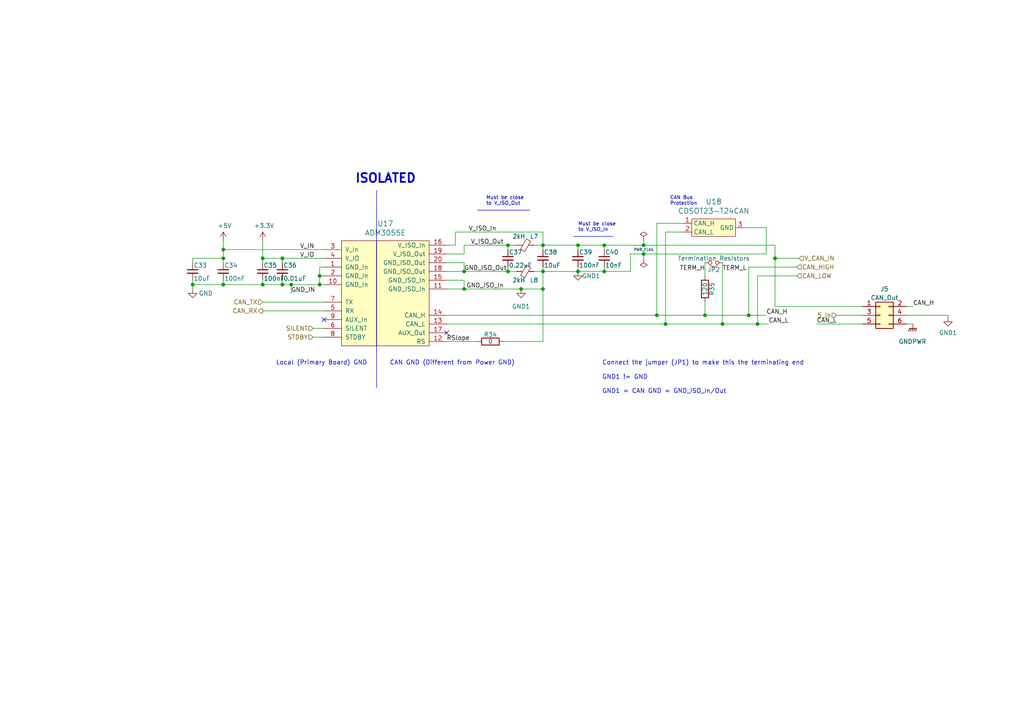
<source format=kicad_sch>
(kicad_sch (version 20230121) (generator eeschema)
  (paper "A4")
  (lib_symbols
    (symbol "Connector_Generic:Conn_02x03_Odd_Even" (pin_names (offset 1.016) hide)
      (property "Reference" "J" (at 1.27 5.08 0))
      (property "Value" "Conn_02x03_Odd_Even" (at 1.27 -5.08 0))
      (symbol "Conn_02x03_Odd_Even_1_1"
        (rectangle (start -1.27 -2.413) (end 0 -2.667) (stroke (width 0.1524)))
        (rectangle (start -1.27 0.127) (end 0 -0.127) (stroke (width 0.1524)))
        (rectangle (start -1.27 2.667) (end 0 2.413) (stroke (width 0.1524)))
        (rectangle (start -1.27 3.81) (end 3.81 -3.81) (stroke (width 0.254)) (fill (type background)))
        (rectangle (start 3.81 -2.413) (end 2.54 -2.667) (stroke (width 0.1524)))
        (rectangle (start 3.81 0.127) (end 2.54 -0.127) (stroke (width 0.1524)))
        (rectangle (start 3.81 2.667) (end 2.54 2.413) (stroke (width 0.1524)))
        (pin passive line (at -5.08 2.54 0) (length 3.81) (name "Pin_1") (number "1"))
        (pin passive line (at 7.62 2.54 180) (length 3.81) (name "Pin_2") (number "2"))
        (pin passive line (at -5.08 0 0) (length 3.81) (name "Pin_3") (number "3"))
        (pin passive line (at 7.62 0 180) (length 3.81) (name "Pin_4") (number "4"))
        (pin passive line (at -5.08 -2.54 0) (length 3.81) (name "Pin_5") (number "5"))
        (pin passive line (at 7.62 -2.54 180) (length 3.81) (name "Pin_6") (number "6"))
      )
    )
    (symbol "Dashboard-rescue:ADM3055E-utsvt-chips" (pin_names (offset 1.016))
      (property "Reference" "U" (at 0 16.51 0))
      (property "Value" "ADM3055E-utsvt-chips" (at 5.08 -2.54 0))
      (symbol "ADM3055E-utsvt-chips_0_1"
        (rectangle (start -12.7 15.24) (end 12.7 -15.24) (fill (type background)))
        (polyline (pts (xy -2.54 15.24) (xy -2.54 -15.24)))
      )
      (symbol "ADM3055E-utsvt-chips_1_1"
        (pin power_in line (at -17.78 7.62 0) (length 5.08) (name "GND_In") (number "1"))
        (pin power_in line (at -17.78 2.54 0) (length 5.08) (name "GND_In") (number "10"))
        (pin power_in line (at 17.78 1.27 180) (length 5.08) (name "GND_ISO_In") (number "11"))
        (pin input line (at 17.78 -13.97 180) (length 5.08) (name "RS") (number "12"))
        (pin bidirectional line (at 17.78 -8.89 180) (length 5.08) (name "CAN_L") (number "13"))
        (pin bidirectional line (at 17.78 -6.35 180) (length 5.08) (name "CAN_H") (number "14"))
        (pin power_in line (at 17.78 3.81 180) (length 5.08) (name "GND_ISO_In") (number "15"))
        (pin power_in line (at 17.78 13.97 180) (length 5.08) (name "V_ISO_In") (number "16"))
        (pin output line (at 17.78 -11.43 180) (length 5.08) (name "AUX_Out") (number "17"))
        (pin power_out line (at 17.78 6.35 180) (length 5.08) (name "GND_ISO_Out") (number "18"))
        (pin power_out line (at 17.78 11.43 180) (length 5.08) (name "V_ISO_Out") (number "19"))
        (pin power_in line (at -17.78 5.08 0) (length 5.08) (name "GND_In") (number "2"))
        (pin power_out line (at 17.78 8.89 180) (length 5.08) (name "GND_ISO_Out") (number "20"))
        (pin power_in line (at -17.78 12.7 0) (length 5.08) (name "V_In") (number "3"))
        (pin power_in line (at -17.78 10.16 0) (length 5.08) (name "V_IO") (number "4"))
        (pin output line (at -17.78 -5.08 0) (length 5.08) (name "RX") (number "5"))
        (pin input line (at -17.78 -10.16 0) (length 5.08) (name "SILENT") (number "6"))
        (pin input line (at -17.78 -2.54 0) (length 5.08) (name "TX") (number "7"))
        (pin input line (at -17.78 -12.7 0) (length 5.08) (name "STDBY") (number "8"))
        (pin input line (at -17.78 -7.62 0) (length 5.08) (name "AUX_In") (number "9"))
      )
    )
    (symbol "Dashboard-rescue:CDSOT23-T24CAN-utsvt-chips"
      (property "Reference" "U" (at 0 -3.81 0))
      (property "Value" "CDSOT23-T24CAN-utsvt-chips" (at 0 3.81 0))
      (symbol "CDSOT23-T24CAN-utsvt-chips_0_1"
        (rectangle (start 6.35 2.54) (end -6.35 -2.54) (fill (type background)))
      )
      (symbol "CDSOT23-T24CAN-utsvt-chips_1_1"
        (pin passive line (at -8.89 1.27 0) (length 2.54) (name "CAN_H") (number "1"))
        (pin passive line (at -8.89 -1.27 0) (length 2.54) (name "CAN_L") (number "2"))
        (pin passive line (at 8.89 0 180) (length 2.54) (name "GND") (number "3"))
      )
    )
    (symbol "Device:C_Small" (pin_numbers hide) (pin_names (offset 0.254) hide)
      (property "Reference" "C" (at 0.254 1.778 0))
      (property "Value" "C_Small" (at 0.254 -2.032 0))
      (symbol "C_Small_0_1"
        (polyline (pts (xy -1.524 -0.508) (xy 1.524 -0.508)) (stroke (width 0.3302)))
        (polyline (pts (xy -1.524 0.508) (xy 1.524 0.508)) (stroke (width 0.3048)))
      )
      (symbol "C_Small_1_1"
        (pin passive line (at 0 2.54 270) (length 2.032) (name "~") (number "1"))
        (pin passive line (at 0 -2.54 90) (length 2.032) (name "~") (number "2"))
      )
    )
    (symbol "Device:Ferrite_Bead_Small" (pin_numbers hide) (pin_names (offset 0))
      (property "Reference" "FB" (at 1.905 1.27 0))
      (property "Value" "Device_Ferrite_Bead_Small" (at 1.905 -1.27 0))
      (symbol "Ferrite_Bead_Small_0_1"
        (polyline (pts (xy 0 -1.27) (xy 0 -0.7874)))
        (polyline (pts (xy 0 0.889) (xy 0 1.2954)))
        (polyline (pts (xy -1.8288 0.2794) (xy -1.1176 1.4986) (xy 1.8288 -0.2032) (xy 1.1176 -1.4224) (xy -1.8288 0.2794)))
      )
      (symbol "Ferrite_Bead_Small_1_1"
        (pin passive line (at 0 2.54 270) (length 1.27) (name "~") (number "1"))
        (pin passive line (at 0 -2.54 90) (length 1.27) (name "~") (number "2"))
      )
    )
    (symbol "Device:Jumper_NC_Small" (pin_numbers hide) (pin_names (offset 0.762) hide)
      (property "Reference" "JP" (at 0 2.032 0))
      (property "Value" "Device_Jumper_NC_Small" (at 0.254 -1.524 0))
      (symbol "Jumper_NC_Small_0_1"
        (circle (center -1.016 0) (radius 0.508))
        (circle (center 1.016 0) (radius 0.508))
        (arc (start 1.016 0.762) (mid 0 1.1828) (end -1.016 0.762))
        (pin passive line (at -2.54 0 0) (length 1.016) (name "1") (number "1"))
        (pin passive line (at 2.54 0 180) (length 1.016) (name "2") (number "2"))
      )
    )
    (symbol "Device:R" (pin_numbers hide) (pin_names (offset 0))
      (property "Reference" "R" (at 2.032 0 90))
      (property "Value" "R" (at 0 0 90))
      (symbol "R_0_1"
        (rectangle (start -1.016 -2.54) (end 1.016 2.54) (stroke (width 0.254)))
      )
      (symbol "R_1_1"
        (pin passive line (at 0 3.81 270) (length 1.27) (name "~") (number "1"))
        (pin passive line (at 0 -3.81 90) (length 1.27) (name "~") (number "2"))
      )
    )
    (symbol "power:+3.3V" (power) (pin_names (offset 0))
      (property "Value" "+3.3V" (at 0 3.556 0))
      (symbol "+3.3V_0_1"
        (polyline (pts (xy -0.762 1.27) (xy 0 2.54)))
        (polyline (pts (xy 0 0) (xy 0 2.54)))
        (polyline (pts (xy 0 2.54) (xy 0.762 1.27)))
      )
      (symbol "+3.3V_1_1"
        (pin power_in line (at 0 0 90) (length 0) hide (name "+3.3V") (number "1"))
      )
    )
    (symbol "power:+5V" (power) (pin_names (offset 0))
      (property "Value" "+5V" (at 0 3.556 0))
      (symbol "+5V_0_1"
        (polyline (pts (xy -0.762 1.27) (xy 0 2.54)))
        (polyline (pts (xy 0 0) (xy 0 2.54)))
        (polyline (pts (xy 0 2.54) (xy 0.762 1.27)))
      )
      (symbol "+5V_1_1"
        (pin power_in line (at 0 0 90) (length 0) hide (name "+5V") (number "1"))
      )
    )
    (symbol "power:GND" (power) (pin_names (offset 0))
      (property "Value" "GND" (at 0 -3.81 0))
      (symbol "GND_0_1"
        (polyline (pts (xy 0 0) (xy 0 -1.27) (xy 1.27 -1.27) (xy 0 -2.54) (xy -1.27 -1.27) (xy 0 -1.27)))
      )
      (symbol "GND_1_1"
        (pin power_in line (at 0 0 270) (length 0) hide (name "GND") (number "1"))
      )
    )
    (symbol "power:GND1" (power) (pin_names (offset 0))
      (property "Value" "GND1" (at 0 -3.81 0))
      (symbol "GND1_0_1"
        (polyline (pts (xy 0 0) (xy 0 -1.27) (xy 1.27 -1.27) (xy 0 -2.54) (xy -1.27 -1.27) (xy 0 -1.27)))
      )
      (symbol "GND1_1_1"
        (pin power_in line (at 0 0 270) (length 0) hide (name "GND1") (number "1"))
      )
    )
    (symbol "power:GNDPWR" (power) (pin_names (offset 0))
      (property "Value" "GNDPWR" (at 0 -3.302 0))
      (symbol "GNDPWR_0_1"
        (polyline (pts (xy 0 -1.27) (xy 0 0)))
        (polyline (pts (xy -1.016 -1.27) (xy -1.27 -2.032) (xy -1.27 -2.032)) (stroke (width 0.2032)))
        (polyline (pts (xy -0.508 -1.27) (xy -0.762 -2.032) (xy -0.762 -2.032)) (stroke (width 0.2032)))
        (polyline (pts (xy 0 -1.27) (xy -0.254 -2.032) (xy -0.254 -2.032)) (stroke (width 0.2032)))
        (polyline (pts (xy 0.508 -1.27) (xy 0.254 -2.032) (xy 0.254 -2.032)) (stroke (width 0.2032)))
        (polyline (pts (xy 1.016 -1.27) (xy -1.016 -1.27) (xy -1.016 -1.27)) (stroke (width 0.2032)))
        (polyline (pts (xy 1.016 -1.27) (xy 0.762 -2.032) (xy 0.762 -2.032) (xy 0.762 -2.032)) (stroke (width 0.2032)))
      )
      (symbol "GNDPWR_1_1"
        (pin power_in line (at 0 0 270) (length 0) hide (name "GNDPWR") (number "1"))
      )
    )
    (symbol "power:PWR_FLAG" (power) (pin_numbers hide) (pin_names (offset 0) hide)
      (property "Value" "PWR_FLAG" (at 0 3.81 0))
      (symbol "PWR_FLAG_0_0"
        (pin power_out line (at 0 0 90) (length 0) (name "pwr") (number "1"))
      )
      (symbol "PWR_FLAG_0_1"
        (polyline (pts (xy 0 0) (xy 0 1.27) (xy -1.016 1.905) (xy 0 2.54) (xy 1.016 1.905) (xy 0 1.27)))
      )
    )
  )
  (junction (at 209.55 93.98))
  (junction (at 76.2 74.93))
  (junction (at 167.64 71.12))
  (junction (at 64.77 74.93))
  (junction (at 204.47 91.44))
  (junction (at 193.04 93.98))
  (junction (at 217.17 91.44))
  (junction (at 175.26 71.12))
  (junction (at 84.455 82.55))
  (junction (at 64.77 72.39))
  (junction (at 157.48 83.82))
  (junction (at 81.915 74.93))
  (junction (at 219.71 93.98))
  (junction (at 157.48 71.12))
  (junction (at 167.64 78.74))
  (junction (at 151.13 83.82))
  (junction (at 55.88 82.55))
  (junction (at 64.77 82.55))
  (junction (at 186.69 71.12))
  (junction (at 76.2 82.55))
  (junction (at 175.26 78.74))
  (junction (at 92.71 80.01))
  (junction (at 224.79 74.93))
  (junction (at 190.5 91.44))
  (junction (at 134.62 83.82))
  (junction (at 157.48 78.74))
  (junction (at 147.32 71.12))
  (junction (at 92.71 82.55))
  (junction (at 134.62 78.74))
  (junction (at 147.32 78.74))
  (junction (at 81.915 82.55))
  (junction (at 186.69 73.66))
  (no_connect (at 93.98 92.71))
  (no_connect (at 129.54 96.52))
  (wire (pts (xy 76.2 87.63) (xy 93.98 87.63)))
  (wire (pts (xy 219.71 80.01) (xy 231.14 80.01)))
  (wire (pts (xy 236.855 93.98) (xy 250.19 93.98)))
  (wire (pts (xy 76.2 81.28) (xy 76.2 82.55)))
  (wire (pts (xy 92.71 77.47) (xy 92.71 80.01)))
  (wire (pts (xy 64.77 81.28) (xy 64.77 82.55)))
  (wire (pts (xy 129.54 78.74) (xy 134.62 78.74)))
  (wire (pts (xy 64.77 69.85) (xy 64.77 72.39)))
  (wire (pts (xy 224.79 71.12) (xy 224.79 74.93)))
  (wire (pts (xy 76.2 74.93) (xy 81.915 74.93)))
  (wire (pts (xy 76.2 82.55) (xy 81.915 82.55)))
  (wire (pts (xy 274.955 91.44) (xy 274.955 92.075)))
  (wire (pts (xy 92.71 82.55) (xy 93.98 82.55)))
  (wire (pts (xy 147.32 71.12) (xy 149.86 71.12)))
  (wire (pts (xy 64.77 72.39) (xy 64.77 74.93)))
  (wire (pts (xy 157.48 67.31) (xy 157.48 71.12)))
  (wire (pts (xy 167.64 71.12) (xy 175.26 71.12)))
  (wire (pts (xy 157.48 71.12) (xy 157.48 72.39)))
  (wire (pts (xy 209.55 76.2) (xy 209.55 93.98)))
  (wire (pts (xy 81.915 82.55) (xy 81.915 81.28)))
  (wire (pts (xy 222.25 66.04) (xy 222.25 73.66)))
  (wire (pts (xy 215.9 66.04) (xy 222.25 66.04)))
  (wire (pts (xy 186.69 73.66) (xy 222.25 73.66)))
  (wire (pts (xy 129.54 83.82) (xy 134.62 83.82)))
  (wire (pts (xy 76.2 69.85) (xy 76.2 74.93)))
  (wire (pts (xy 151.13 83.82) (xy 157.48 83.82)))
  (wire (pts (xy 146.05 99.06) (xy 157.48 99.06)))
  (wire (pts (xy 134.62 76.2) (xy 134.62 78.74)))
  (wire (pts (xy 81.915 74.93) (xy 81.915 76.2)))
  (wire (pts (xy 157.48 99.06) (xy 157.48 83.82)))
  (wire (pts (xy 134.62 83.82) (xy 151.13 83.82)))
  (wire (pts (xy 262.89 88.9) (xy 264.795 88.9)))
  (wire (pts (xy 182.88 73.66) (xy 186.69 73.66)))
  (wire (pts (xy 222.25 91.44) (xy 217.17 91.44)))
  (wire (pts (xy 134.62 76.2) (xy 129.54 76.2)))
  (wire (pts (xy 182.88 78.74) (xy 182.88 73.66)))
  (wire (pts (xy 204.47 76.2) (xy 204.47 80.01)))
  (wire (pts (xy 147.32 72.39) (xy 147.32 71.12)))
  (wire (pts (xy 134.62 78.74) (xy 147.32 78.74)))
  (wire (pts (xy 175.26 78.74) (xy 182.88 78.74)))
  (wire (pts (xy 132.08 67.31) (xy 132.08 71.12)))
  (wire (pts (xy 154.94 78.74) (xy 157.48 78.74)))
  (wire (pts (xy 55.88 82.55) (xy 64.77 82.55)))
  (wire (pts (xy 175.26 71.12) (xy 186.69 71.12)))
  (wire (pts (xy 92.71 80.01) (xy 92.71 82.55)))
  (wire (pts (xy 224.79 88.9) (xy 250.19 88.9)))
  (wire (pts (xy 132.08 71.12) (xy 129.54 71.12)))
  (wire (pts (xy 186.69 71.12) (xy 224.79 71.12)))
  (wire (pts (xy 64.77 74.93) (xy 64.77 76.2)))
  (polyline (pts (xy 138.43 60.96) (xy 153.67 60.96)))
  (wire (pts (xy 90.805 95.25) (xy 93.98 95.25)))
  (wire (pts (xy 217.17 77.47) (xy 231.14 77.47)))
  (wire (pts (xy 204.47 91.44) (xy 217.17 91.44)))
  (wire (pts (xy 138.43 99.06) (xy 129.54 99.06)))
  (wire (pts (xy 175.26 72.39) (xy 175.26 71.12)))
  (wire (pts (xy 84.455 82.55) (xy 84.455 85.09)))
  (wire (pts (xy 55.88 74.93) (xy 55.88 76.2)))
  (wire (pts (xy 167.64 78.74) (xy 175.26 78.74)))
  (wire (pts (xy 204.47 91.44) (xy 204.47 87.63)))
  (wire (pts (xy 64.77 72.39) (xy 93.98 72.39)))
  (wire (pts (xy 224.79 74.93) (xy 231.775 74.93)))
  (wire (pts (xy 262.89 91.44) (xy 274.955 91.44)))
  (wire (pts (xy 84.455 82.55) (xy 92.71 82.55)))
  (wire (pts (xy 55.88 82.55) (xy 55.88 81.28)))
  (wire (pts (xy 262.89 93.98) (xy 264.795 93.98)))
  (wire (pts (xy 134.62 81.28) (xy 134.62 83.82)))
  (wire (pts (xy 157.48 71.12) (xy 167.64 71.12)))
  (wire (pts (xy 76.2 90.17) (xy 93.98 90.17)))
  (wire (pts (xy 134.62 73.66) (xy 129.54 73.66)))
  (wire (pts (xy 134.62 81.28) (xy 129.54 81.28)))
  (wire (pts (xy 157.48 78.74) (xy 157.48 83.82)))
  (wire (pts (xy 129.54 91.44) (xy 190.5 91.44)))
  (wire (pts (xy 186.69 74.93) (xy 186.69 73.66)))
  (wire (pts (xy 190.5 91.44) (xy 204.47 91.44)))
  (wire (pts (xy 209.55 93.98) (xy 219.71 93.98)))
  (wire (pts (xy 157.48 78.74) (xy 167.64 78.74)))
  (wire (pts (xy 90.805 97.79) (xy 93.98 97.79)))
  (wire (pts (xy 190.5 64.77) (xy 190.5 91.44)))
  (wire (pts (xy 219.71 93.98) (xy 222.885 93.98)))
  (wire (pts (xy 92.71 80.01) (xy 93.98 80.01)))
  (polyline (pts (xy 166.37 68.58) (xy 177.8 68.58)))
  (wire (pts (xy 55.88 83.82) (xy 55.88 82.55)))
  (wire (pts (xy 134.62 71.12) (xy 147.32 71.12)))
  (wire (pts (xy 198.12 67.31) (xy 193.04 67.31)))
  (wire (pts (xy 198.12 64.77) (xy 190.5 64.77)))
  (wire (pts (xy 81.915 82.55) (xy 84.455 82.55)))
  (wire (pts (xy 129.54 93.98) (xy 193.04 93.98)))
  (wire (pts (xy 193.04 93.98) (xy 209.55 93.98)))
  (wire (pts (xy 217.17 77.47) (xy 217.17 91.44)))
  (wire (pts (xy 157.48 77.47) (xy 157.48 78.74)))
  (wire (pts (xy 242.57 91.44) (xy 250.19 91.44)))
  (polyline (pts (xy 109.22 55.245) (xy 109.22 112.395)))
  (wire (pts (xy 154.94 71.12) (xy 157.48 71.12)))
  (wire (pts (xy 167.64 72.39) (xy 167.64 71.12)))
  (wire (pts (xy 76.2 76.2) (xy 76.2 74.93)))
  (wire (pts (xy 186.69 71.12) (xy 186.69 69.85)))
  (wire (pts (xy 147.32 78.74) (xy 149.86 78.74)))
  (wire (pts (xy 134.62 71.12) (xy 134.62 73.66)))
  (wire (pts (xy 132.08 67.31) (xy 157.48 67.31)))
  (wire (pts (xy 224.79 74.93) (xy 224.79 88.9)))
  (wire (pts (xy 93.98 77.47) (xy 92.71 77.47)))
  (wire (pts (xy 167.64 77.47) (xy 167.64 78.74)))
  (wire (pts (xy 219.71 80.01) (xy 219.71 93.98)))
  (wire (pts (xy 55.88 74.93) (xy 64.77 74.93)))
  (wire (pts (xy 64.77 82.55) (xy 76.2 82.55)))
  (wire (pts (xy 81.915 74.93) (xy 93.98 74.93)))
  (wire (pts (xy 147.32 78.74) (xy 147.32 77.47)))
  (wire (pts (xy 175.26 77.47) (xy 175.26 78.74)))
  (wire (pts (xy 193.04 67.31) (xy 193.04 93.98)))
  (text "ISOLATED" (at 102.87 53.34 0) (effects (font (size 2.54 2.54) (thickness 0.508) bold) (justify left bottom)))
  (text "Local (Primary Board) GND" (at 80.01 106.045 0) (effects (font (size 1.27 1.27)) (justify left bottom)))
  (text "CAN Bus\nProtection" (at 194.31 59.69 0) (effects (font (size 1.016 1.016)) (justify left bottom)))
  (text "Must be close\nto V_ISO_Out" (at 140.97 59.69 0) (effects (font (size 1.016 1.016)) (justify left bottom)))
  (text "Connect the jumper (JP1) to make this the terminating end" (at 174.625 106.045 0) (effects (font (size 1.27 1.27)) (justify left bottom)))
  (text "Must be close\nto V_ISO_In" (at 167.64 67.31 0) (effects (font (size 1.016 1.016)) (justify left bottom)))
  (text "CAN GND (Different from Power GND)" (at 113.03 106.045 0) (effects (font (size 1.27 1.27)) (justify left bottom)))
  (text "GND1 != GND\n\nGND1 = CAN GND = GND_ISO_In/Out" (at 174.625 114.3 0) (effects (font (size 1.27 1.27)) (justify left bottom)))
  (label "V_IO" (at 86.995 74.93 0))
  (label "CAN_H" (at 264.795 88.9 0))
  (label "CAN_H" (at 222.25 91.44 0))
  (label "CAN_L" (at 222.885 93.98 0))
  (label "GND_ISO_Out" (at 134.62 78.74 0))
  (label "GND_IN" (at 84.455 85.09 0))
  (label "TERM_L" (at 209.55 78.74 0))
  (label "V_ISO_In" (at 135.89 67.31 0))
  (label "GND_ISO_In" (at 135.255 83.82 0))
  (label "V_IN" (at 86.995 72.39 0))
  (label "TERM_H" (at 204.47 78.74 180))
  (label "RSlope" (at 129.54 99.06 0))
  (label "V_ISO_Out" (at 136.525 71.12 0))
  (label "CAN_L" (at 236.855 93.98 0))
  (hierarchical_label "SILENT" (shape input) (at 90.805 95.25 180))
  (hierarchical_label "STDBY" (shape input) (at 90.805 97.79 180))
  (hierarchical_label "CAN_HIGH" (shape input) (at 231.14 77.47 0))
  (hierarchical_label "V_CAN_IN" (shape input) (at 231.775 74.93 0))
  (hierarchical_label "CAN_TX" (shape input) (at 76.2 87.63 180))
  (hierarchical_label "CAN_LOW" (shape input) (at 231.14 80.01 0))
  (hierarchical_label "CAN_RX" (shape output) (at 76.2 90.17 180))
  (hierarchical_label "5_In" (shape input) (at 242.57 91.44 180))
  (symbol (lib_id "Device:C_Small") (at 81.915 78.74 0) (unit 1)
    (property "Reference" "C36" (at 82.169 76.962 0) (effects (justify left)))
    (property "Value" "0.01uF" (at 82.169 80.772 0) (effects (justify left)))
    (property "Footprint" "Capacitor_SMD:C_0805_2012Metric" (effects hide))
    (property "Mouser Part Number" "80-C0805X103K1R3316 " (effects hide))
    (instances (project "Dashboard" (path "" (reference "C36") (unit 1))) (project "BPS-PeripheralSOM" (path "" (reference "C28") (unit 1))))
  )
  (symbol (lib_id "Device:Ferrite_Bead_Small") (at 152.4 71.12 270) (unit 1)
    (property "Reference" "L7" (at 153.67 68.58 90) (effects (justify left)))
    (property "Value" "2kH" (at 148.59 68.58 90) (effects (justify left)))
    (property "Footprint" "Inductor_SMD:L_0805_2012Metric" (effects hide))
    (property "Mouser Part Number" "963-BK2125LM182-T " (effects hide))
    (instances (project "Dashboard" (path "" (reference "L7") (unit 1))) (project "BPS-PeripheralSOM" (path "" (reference "L3") (unit 1))))
  )
  (symbol (lib_id "Device:C_Small") (at 175.26 74.93 0) (unit 1)
    (property "Reference" "C40" (at 175.514 73.152 0) (effects (justify left)))
    (property "Value" "10nF" (at 175.514 76.962 0) (effects (justify left)))
    (property "Footprint" "Capacitor_SMD:C_0805_2012Metric" (effects hide))
    (property "Mouser Part Number" "80-C0805X103K1R3316 " (effects hide))
    (instances (project "Dashboard" (path "" (reference "C40") (unit 1))) (project "BPS-PeripheralSOM" (path "" (reference "C32") (unit 1))))
  )
  (symbol (lib_id "power:PWR_FLAG") (at 186.69 69.85 0) (unit 1)
    (property "Reference" "#FLG07" (effects hide))
    (property "Value" "PWR_FLAG" (at 186.69 72.39 0) (effects (font (size 0.762 0.762))))
    (instances (project "Dashboard" (path "" (reference "#FLG07") (unit 1))) (project "BPS-PeripheralSOM" (path "" (reference "#FLG09") (unit 1))))
  )
  (symbol (lib_id "Device:C_Small") (at 64.77 78.74 0) (unit 1)
    (property "Reference" "C34" (at 65.024 76.962 0) (effects (justify left)))
    (property "Value" "100nF" (at 65.024 80.772 0) (effects (justify left)))
    (property "Footprint" "Capacitor_SMD:C_0805_2012Metric" (effects hide))
    (property "Mouser Part Number" "80-C0805C104K3R " (effects hide))
    (instances (project "Dashboard" (path "" (reference "C34") (unit 1))) (project "BPS-PeripheralSOM" (path "" (reference "C26") (unit 1))))
  )
  (symbol (lib_id "power:GND1") (at 167.64 78.74 0) (unit 1)
    (property "Reference" "#PWR051" (effects hide))
    (property "Value" "GND1" (at 171.45 80.01 0))
  )
  (symbol (lib_id "Device:R") (at 204.47 83.82 0) (unit 1)
    (property "Reference" "R35" (at 206.502 83.82 90))
    (property "Value" "120" (at 204.47 83.82 90))
    (property "Footprint" "Resistor_SMD:R_0805_2012Metric" (effects hide))
    (property "Mouser Part Number" "71-CRCW080559R0FKEA" (effects hide))
    (instances (project "Dashboard" (path "" (reference "R35") (unit 1))) (project "BPS-PeripheralSOM" (path "" (reference "R21") (unit 1))))
  )
  (symbol (lib_id "power:GND1") (at 274.955 92.075 0) (unit 1)
    (property "Reference" "#PWR013" (effects hide))
    (property "Value" "GND1" (at 274.955 96.52 0))
  )
  (symbol (lib_id "Device:C_Small") (at 167.64 74.93 0) (unit 1)
    (property "Reference" "C39" (at 167.894 73.152 0) (effects (justify left)))
    (property "Value" "100nF" (at 167.894 76.962 0) (effects (justify left)))
    (property "Footprint" "Capacitor_SMD:C_0805_2012Metric" (effects hide))
    (property "Mouser Part Number" "80-C0805C104K3R " (effects hide))
    (instances (project "Dashboard" (path "" (reference "C39") (unit 1))) (project "BPS-PeripheralSOM" (path "" (reference "C31") (unit 1))))
  )
  (symbol (lib_id "Device:C_Small") (at 147.32 74.93 0) (unit 1)
    (property "Reference" "C37" (at 147.574 73.152 0) (effects (justify left)))
    (property "Value" "0.22uF" (at 147.574 76.962 0) (effects (justify left)))
    (property "Footprint" "Capacitor_SMD:C_0805_2012Metric" (effects hide))
    (property "Mouser Part Number" "80-C0805C224J1RECTU " (effects hide))
    (instances (project "Dashboard" (path "" (reference "C37") (unit 1))) (project "BPS-PeripheralSOM" (path "" (reference "C29") (unit 1))))
  )
  (symbol (lib_id "Dashboard-rescue:ADM3055E-utsvt-chips") (at 111.76 85.09 0) (unit 1)
    (property "Reference" "U17" (at 111.76 64.8462 0) (effects (font (size 1.524 1.524))))
    (property "Value" "ADM3055E" (at 111.76 67.5386 0) (effects (font (size 1.524 1.524))))
    (property "Footprint" "UTSVT_ICs:SOIC-20W_7.5x15.4mm_Pitch1.27mm" (effects hide))
    (property "Datasheet" "https://www.mouser.com/datasheet/2/609/ADM3055E-3057E-1509677.pdf" (effects hide))
    (instances (project "Dashboard" (path "" (reference "U17") (unit 1))) (project "BPS-PeripheralSOM" (path "" (reference "U7") (unit 1))))
  )
  (symbol (lib_id "Device:Jumper_NC_Small") (at 207.01 76.2 180) (unit 1)
    (property "Reference" "JP2" (at 207.01 78.232 0))
    (property "Value" "Termination Resistors" (at 207.01 74.93 0))
    (property "Footprint" "Connector_PinHeader_2.54mm:PinHeader_1x02_P2.54mm_Vertical" (effects hide))
    (instances (project "Dashboard" (path "" (reference "JP2") (unit 1))) (project "BPS-PeripheralSOM" (path "" (reference "JP1") (unit 1))))
  )
  (symbol (lib_id "Dashboard-rescue:CDSOT23-T24CAN-utsvt-chips") (at 207.01 66.04 0) (unit 1)
    (property "Reference" "U18" (at 207.01 58.4962 0) (effects (font (size 1.524 1.524))))
    (property "Value" "CDSOT23-T24CAN" (at 207.01 61.1886 0) (effects (font (size 1.524 1.524))))
    (property "Footprint" "Package_TO_SOT_SMD:SOT-23W" (effects hide))
    (property "Mouser Part Number" "652-CDSOT23-T24CAN " (effects hide))
    (instances (project "Dashboard" (path "" (reference "U18") (unit 1))) (project "BPS-PeripheralSOM" (path "" (reference "U8") (unit 1))))
  )
  (symbol (lib_id "Device:C_Small") (at 76.2 78.74 0) (unit 1)
    (property "Reference" "C35" (at 76.454 76.962 0) (effects (justify left)))
    (property "Value" "100nF" (at 76.454 80.772 0) (effects (justify left)))
    (property "Footprint" "Capacitor_SMD:C_0805_2012Metric" (effects hide))
    (property "Mouser Part Number" "80-C0805C104K3R " (effects hide))
    (instances (project "Dashboard" (path "" (reference "C35") (unit 1))) (project "BPS-PeripheralSOM" (path "" (reference "C27") (unit 1))))
  )
  (symbol (lib_id "power:PWR_FLAG") (at 186.69 74.93 180) (unit 1)
    (property "Reference" "#FLG08" (effects hide))
    (property "Value" "PWR_FLAG" (effects hide))
    (instances (project "Dashboard" (path "" (reference "#FLG08") (unit 1))) (project "BPS-PeripheralSOM" (path "" (reference "#FLG010") (unit 1))))
  )
  (symbol (lib_id "Device:C_Small") (at 157.48 74.93 0) (unit 1)
    (property "Reference" "C38" (at 157.734 73.152 0) (effects (justify left)))
    (property "Value" "10uF" (at 157.734 76.962 0) (effects (justify left)))
    (property "Footprint" "Capacitor_SMD:C_0805_2012Metric" (effects hide))
    (property "Mouser Part Number" "80-C0805C106K8RAUTO " (effects hide))
    (instances (project "Dashboard" (path "" (reference "C38") (unit 1))) (project "BPS-PeripheralSOM" (path "" (reference "C30") (unit 1))))
  )
  (symbol (lib_id "Device:Ferrite_Bead_Small") (at 152.4 78.74 270) (unit 1)
    (property "Reference" "L8" (at 153.67 81.28 90) (effects (justify left)))
    (property "Value" "2kH" (at 148.59 81.28 90) (effects (justify left)))
    (property "Footprint" "Inductor_SMD:L_0805_2012Metric" (effects hide))
    (property "Mouser Part Number" "963-BK2125LM182-T " (effects hide))
    (instances (project "Dashboard" (path "" (reference "L8") (unit 1))) (project "BPS-PeripheralSOM" (path "" (reference "L4") (unit 1))))
  )
  (symbol (lib_id "power:+3.3V") (at 76.2 69.85 0) (unit 1)
    (property "Reference" "#PWR0100" (effects hide))
    (property "Value" "+3.3V" (at 76.581 65.4558 0))
    (instances (project "Dashboard" (path "" (reference "#PWR0100") (unit 1))) (project "BPS-PeripheralSOM" (path "" (reference "#PWR053") (unit 1))))
  )
  (symbol (lib_id "Connector_Generic:Conn_02x03_Odd_Even") (at 255.27 91.44 0) (unit 1)
    (property "Reference" "J5" (at 256.54 83.82 0))
    (property "Value" "CAN_Out" (at 256.54 86.36 0))
    (property "Footprint" "Connector_Molex:Molex_Micro-Fit_3.0_43045-0612_2x03_P3.00mm_Vertical" (effects hide))
  )
  (symbol (lib_id "power:GNDPWR") (at 264.795 93.98 0) (unit 1)
    (property "Reference" "#PWR022" (effects hide))
    (property "Value" "GNDPWR" (at 264.668 99.06 0))
  )
  (symbol (lib_id "power:GND") (at 55.88 83.82 0) (unit 1)
    (property "Reference" "#PWR098" (effects hide))
    (property "Value" "GND" (at 59.69 85.09 0))
    (instances (project "Dashboard" (path "" (reference "#PWR098") (unit 1))) (project "BPS-PeripheralSOM" (path "" (reference "#PWR017") (unit 1))))
  )
  (symbol (lib_id "power:GND1") (at 151.13 83.82 0) (unit 1)
    (property "Reference" "#PWR027" (effects hide))
    (property "Value" "GND1" (at 151.13 88.9 0))
  )
  (symbol (lib_id "Device:C_Small") (at 55.88 78.74 0) (unit 1)
    (property "Reference" "C33" (at 56.134 76.962 0) (effects (justify left)))
    (property "Value" "10uF" (at 56.134 80.772 0) (effects (justify left)))
    (property "Footprint" "Capacitor_SMD:C_0805_2012Metric" (effects hide))
    (property "Mouser Part Number" "80-C0805C106K8RAUTO " (effects hide))
    (instances (project "Dashboard" (path "" (reference "C33") (unit 1))) (project "BPS-PeripheralSOM" (path "" (reference "C25") (unit 1))))
  )
  (symbol (lib_id "Device:R") (at 142.24 99.06 90) (unit 1)
    (property "Reference" "R34" (at 142.24 97.028 90))
    (property "Value" "0" (at 142.24 99.06 90))
    (property "Footprint" "Resistor_SMD:R_0805_2012Metric" (effects hide))
    (property "Mouser Part Number" "71-CRCW08050000Z0EAC " (effects hide))
    (instances (project "Dashboard" (path "" (reference "R34") (unit 1))) (project "BPS-PeripheralSOM" (path "" (reference "R14") (unit 1))))
  )
  (symbol (lib_id "power:+5V") (at 64.77 69.85 0) (unit 1)
    (property "Reference" "#PWR099" (effects hide))
    (property "Value" "+5V" (at 65.151 65.4558 0))
    (instances (project "Dashboard" (path "" (reference "#PWR099") (unit 1))) (project "BPS-PeripheralSOM" (path "" (reference "#PWR039") (unit 1))))
  )
)
</source>
